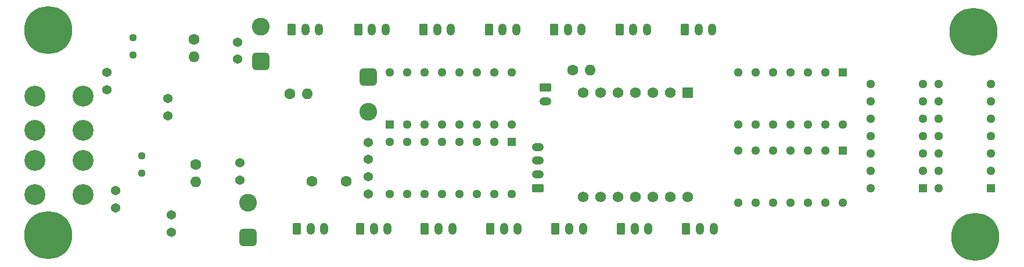
<source format=gbs>
G04 #@! TF.GenerationSoftware,KiCad,Pcbnew,7.0.10*
G04 #@! TF.CreationDate,2025-02-28T21:12:07-05:00*
G04 #@! TF.ProjectId,SDP25_MainPCB_V2,53445032-355f-44d6-9169-6e5043425f56,2.1*
G04 #@! TF.SameCoordinates,Original*
G04 #@! TF.FileFunction,Soldermask,Bot*
G04 #@! TF.FilePolarity,Negative*
%FSLAX46Y46*%
G04 Gerber Fmt 4.6, Leading zero omitted, Abs format (unit mm)*
G04 Created by KiCad (PCBNEW 7.0.10) date 2025-02-28 21:12:07*
%MOMM*%
%LPD*%
G01*
G04 APERTURE LIST*
G04 Aperture macros list*
%AMRoundRect*
0 Rectangle with rounded corners*
0 $1 Rounding radius*
0 $2 $3 $4 $5 $6 $7 $8 $9 X,Y pos of 4 corners*
0 Add a 4 corners polygon primitive as box body*
4,1,4,$2,$3,$4,$5,$6,$7,$8,$9,$2,$3,0*
0 Add four circle primitives for the rounded corners*
1,1,$1+$1,$2,$3*
1,1,$1+$1,$4,$5*
1,1,$1+$1,$6,$7*
1,1,$1+$1,$8,$9*
0 Add four rect primitives between the rounded corners*
20,1,$1+$1,$2,$3,$4,$5,0*
20,1,$1+$1,$4,$5,$6,$7,0*
20,1,$1+$1,$6,$7,$8,$9,0*
20,1,$1+$1,$8,$9,$2,$3,0*%
G04 Aperture macros list end*
%ADD10C,3.054000*%
%ADD11RoundRect,0.250000X0.625000X-0.350000X0.625000X0.350000X-0.625000X0.350000X-0.625000X-0.350000X0*%
%ADD12O,1.750000X1.200000*%
%ADD13C,1.371600*%
%ADD14RoundRect,0.250000X-0.350000X-0.625000X0.350000X-0.625000X0.350000X0.625000X-0.350000X0.625000X0*%
%ADD15O,1.200000X1.750000*%
%ADD16C,1.600000*%
%ADD17O,1.600000X1.600000*%
%ADD18C,7.000000*%
%ADD19R,1.295400X1.295400*%
%ADD20C,1.295400*%
%ADD21RoundRect,0.650000X0.650000X-0.650000X0.650000X0.650000X-0.650000X0.650000X-0.650000X-0.650000X0*%
%ADD22C,2.600000*%
%ADD23RoundRect,0.650000X-0.650000X0.650000X-0.650000X-0.650000X0.650000X-0.650000X0.650000X0.650000X0*%
%ADD24RoundRect,0.250000X-0.625000X0.350000X-0.625000X-0.350000X0.625000X-0.350000X0.625000X0.350000X0*%
%ADD25C,1.117600*%
%ADD26RoundRect,0.102000X-0.679000X0.679000X-0.679000X-0.679000X0.679000X-0.679000X0.679000X0.679000X0*%
%ADD27C,1.562000*%
G04 APERTURE END LIST*
D10*
X101295000Y-84034000D03*
X101295000Y-79034000D03*
X94285000Y-79034000D03*
X94285000Y-84034000D03*
D11*
X167640000Y-92456000D03*
D12*
X167640000Y-90456000D03*
X167640000Y-88456000D03*
X167640000Y-86456000D03*
D10*
X101295000Y-93432000D03*
X101295000Y-88432000D03*
X94285000Y-88432000D03*
X94285000Y-93432000D03*
D13*
X114173000Y-98913000D03*
X114173000Y-96413000D03*
D14*
X189230000Y-98425000D03*
D15*
X191230000Y-98425000D03*
X193230000Y-98425000D03*
D14*
X169990000Y-69300000D03*
D15*
X171990000Y-69300000D03*
X173990000Y-69300000D03*
D16*
X172720000Y-75184000D03*
D17*
X175260000Y-75184000D03*
D13*
X123864000Y-73640000D03*
X123864000Y-71140000D03*
D14*
X151130000Y-98425000D03*
D15*
X153130000Y-98425000D03*
X155130000Y-98425000D03*
D18*
X231140000Y-69596000D03*
D19*
X163830000Y-85725000D03*
D20*
X161290000Y-85725000D03*
X158750000Y-85725000D03*
X156210000Y-85725000D03*
X153670000Y-85725000D03*
X151130000Y-85725000D03*
X148590000Y-85725000D03*
X146050000Y-85725000D03*
X146050000Y-93345000D03*
X148590000Y-93345000D03*
X151130000Y-93345000D03*
X153670000Y-93345000D03*
X156210000Y-93345000D03*
X158750000Y-93345000D03*
X161290000Y-93345000D03*
X163830000Y-93345000D03*
D19*
X223774000Y-92456000D03*
D20*
X223774000Y-89916000D03*
X223774000Y-87376000D03*
X223774000Y-84836000D03*
X223774000Y-82296000D03*
X223774000Y-79756000D03*
X223774000Y-77216000D03*
X216154000Y-77216000D03*
X216154000Y-79756000D03*
X216154000Y-82296000D03*
X216154000Y-84836000D03*
X216154000Y-87376000D03*
X216154000Y-89916000D03*
X216154000Y-92456000D03*
D13*
X106045000Y-95357000D03*
X106045000Y-92857000D03*
D16*
X131419600Y-78714600D03*
D17*
X133959600Y-78714600D03*
D14*
X189040000Y-69300000D03*
D15*
X191040000Y-69300000D03*
X193040000Y-69300000D03*
D21*
X125349000Y-99695000D03*
D22*
X125349000Y-94615000D03*
D23*
X142875000Y-76200000D03*
D22*
X142875000Y-81280000D03*
D18*
X96266000Y-99314000D03*
D14*
X170180000Y-98425000D03*
D15*
X172180000Y-98425000D03*
X174180000Y-98425000D03*
D24*
X168698000Y-77756000D03*
D12*
X168698000Y-79756000D03*
D16*
X134660000Y-91440000D03*
X139660000Y-91440000D03*
D19*
X146050000Y-83185000D03*
D20*
X148590000Y-83185000D03*
X151130000Y-83185000D03*
X153670000Y-83185000D03*
X156210000Y-83185000D03*
X158750000Y-83185000D03*
X161290000Y-83185000D03*
X163830000Y-83185000D03*
X163830000Y-75565000D03*
X161290000Y-75565000D03*
X158750000Y-75565000D03*
X156210000Y-75565000D03*
X153670000Y-75565000D03*
X151130000Y-75565000D03*
X148590000Y-75565000D03*
X146050000Y-75565000D03*
D25*
X108624000Y-70505000D03*
X108624000Y-73005000D03*
X109855000Y-87777000D03*
X109855000Y-90277000D03*
D13*
X113704000Y-81875000D03*
X113704000Y-79375000D03*
D18*
X231394000Y-99568000D03*
D14*
X132461000Y-98425000D03*
D15*
X134461000Y-98425000D03*
X136461000Y-98425000D03*
D16*
X117729000Y-89027000D03*
D17*
X117729000Y-91567000D03*
D21*
X127254000Y-73914000D03*
D22*
X127254000Y-68834000D03*
D19*
X212090000Y-75565000D03*
D20*
X209550000Y-75565000D03*
X207010000Y-75565000D03*
X204470000Y-75565000D03*
X201930000Y-75565000D03*
X199390000Y-75565000D03*
X196850000Y-75565000D03*
X196850000Y-83185000D03*
X199390000Y-83185000D03*
X201930000Y-83185000D03*
X204470000Y-83185000D03*
X207010000Y-83185000D03*
X209550000Y-83185000D03*
X212090000Y-83185000D03*
D14*
X150940000Y-69300000D03*
D15*
X152940000Y-69300000D03*
X154940000Y-69300000D03*
D13*
X124206000Y-91293000D03*
X124206000Y-88793000D03*
D19*
X233680000Y-92456000D03*
D20*
X233680000Y-89916000D03*
X233680000Y-87376000D03*
X233680000Y-84836000D03*
X233680000Y-82296000D03*
X233680000Y-79756000D03*
X233680000Y-77216000D03*
X226060000Y-77216000D03*
X226060000Y-79756000D03*
X226060000Y-82296000D03*
X226060000Y-84836000D03*
X226060000Y-87376000D03*
X226060000Y-89916000D03*
X226060000Y-92456000D03*
D16*
X117514000Y-70710000D03*
D17*
X117514000Y-73250000D03*
D14*
X179705000Y-98425000D03*
D15*
X181705000Y-98425000D03*
X183705000Y-98425000D03*
D13*
X104814000Y-78085000D03*
X104814000Y-75585000D03*
D26*
X189420500Y-78499500D03*
D27*
X186880500Y-78499500D03*
X184340500Y-78499500D03*
X181800500Y-78499500D03*
X179260500Y-78499500D03*
X176720500Y-78499500D03*
X174180500Y-78499500D03*
X174180500Y-93739500D03*
X176720500Y-93739500D03*
X179260500Y-93739500D03*
X181800500Y-93739500D03*
X184340500Y-93739500D03*
X186880500Y-93739500D03*
X189420500Y-93739500D03*
D18*
X96266000Y-69342000D03*
D14*
X160465000Y-69300000D03*
D15*
X162465000Y-69300000D03*
X164465000Y-69300000D03*
D14*
X141415000Y-69300000D03*
D15*
X143415000Y-69300000D03*
X145415000Y-69300000D03*
D13*
X142875000Y-93325000D03*
X142875000Y-90825000D03*
D14*
X131700000Y-69300000D03*
D15*
X133700000Y-69300000D03*
X135700000Y-69300000D03*
D19*
X212090000Y-86995000D03*
D20*
X209550000Y-86995000D03*
X207010000Y-86995000D03*
X204470000Y-86995000D03*
X201930000Y-86995000D03*
X199390000Y-86995000D03*
X196850000Y-86995000D03*
X196850000Y-94615000D03*
X199390000Y-94615000D03*
X201930000Y-94615000D03*
X204470000Y-94615000D03*
X207010000Y-94615000D03*
X209550000Y-94615000D03*
X212090000Y-94615000D03*
D14*
X141700000Y-98425000D03*
D15*
X143700000Y-98425000D03*
X145700000Y-98425000D03*
D14*
X179515000Y-69300000D03*
D15*
X181515000Y-69300000D03*
X183515000Y-69300000D03*
D14*
X160655000Y-98425000D03*
D15*
X162655000Y-98425000D03*
X164655000Y-98425000D03*
D13*
X142875000Y-85765000D03*
X142875000Y-88265000D03*
M02*

</source>
